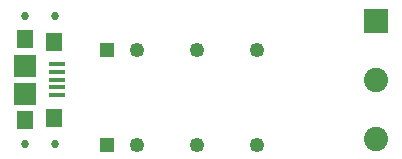
<source format=gts>
%FSLAX33Y33*%
%MOMM*%
%AMRect-W2049999-H2049999-RO0.500*
21,1,2.049999,2.049999,0.,0.,270*%
%AMRect-W1250000-H1250000-RO1.500*
21,1,1.25,1.25,0.,0.,90*%
%AMRect-W400000-H1350000-RO0.500*
21,1,0.4,1.35,0.,0.,270*%
%AMRect-W1600000-H1400000-RO0.500*
21,1,1.6,1.4,0.,0.,270*%
%AMRect-W1450000-H1300000-RO0.500*
21,1,1.45,1.3,0.,0.,270*%
%AMRect-W1900000-H1900000-RO0.500*
21,1,1.9,1.9,0.,0.,270*%
%ADD10C,0.68834*%
%ADD11C,2.049999*%
%ADD12Rect-W2049999-H2049999-RO0.500*%
%ADD13C,1.25*%
%ADD14Rect-W1250000-H1250000-RO1.500*%
%ADD15Rect-W400000-H1350000-RO0.500*%
%ADD16Rect-W1600000-H1400000-RO0.500*%
%ADD17Rect-W1450000-H1300000-RO0.500*%
%ADD18Rect-W1900000-H1900000-RO0.500*%
D10*
%LNtop solder mask_traces*%
G01*
X1950Y3075D03*
X1950Y13925D03*
X4450Y3075D03*
X4450Y13925D03*
%LNtop solder mask component d3efb4300cba9bad*%
D11*
X31600Y8500D03*
X31600Y3500D03*
D12*
X31600Y13500D03*
%LNtop solder mask component 4910893c215585d1*%
D13*
X11390Y11000D03*
X16470Y11000D03*
X21550Y11000D03*
D14*
X8850Y11000D03*
%LNtop solder mask component 5f94c92a6f004a84*%
D15*
X4625Y9800D03*
X4625Y9150D03*
X4625Y8500D03*
X4625Y7850D03*
X4625Y7200D03*
D16*
X4400Y11700D03*
X4400Y5300D03*
D17*
X1950Y11925D03*
X1950Y5075D03*
D18*
X1950Y9700D03*
X1950Y7300D03*
%LNtop solder mask component 6f5fc672e254e499*%
D13*
X11390Y3000D03*
X16470Y3000D03*
X21550Y3000D03*
D14*
X8850Y3000D03*
M02*
</source>
